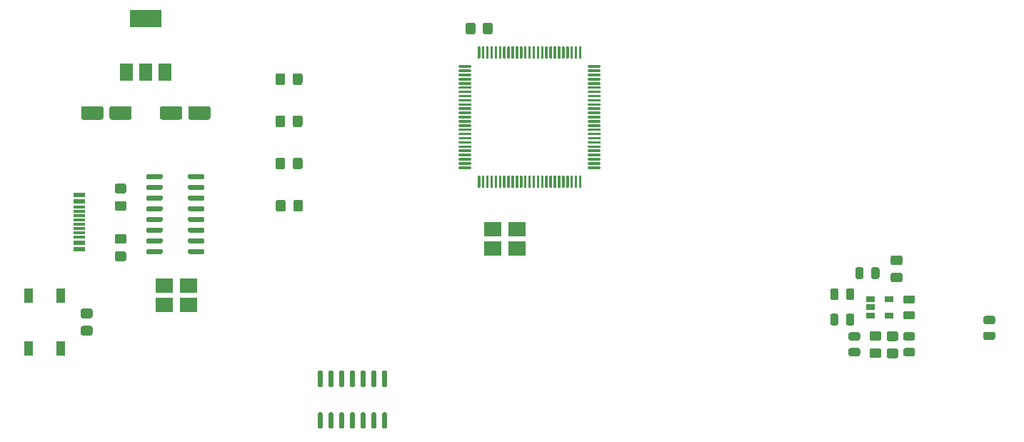
<source format=gbr>
G04 #@! TF.GenerationSoftware,KiCad,Pcbnew,(5.99.0-1662-g9db296991)*
G04 #@! TF.CreationDate,2020-05-30T17:55:14+05:30*
G04 #@! TF.ProjectId,UI,55492e6b-6963-4616-945f-706362585858,rev?*
G04 #@! TF.SameCoordinates,Original*
G04 #@! TF.FileFunction,Paste,Top*
G04 #@! TF.FilePolarity,Positive*
%FSLAX46Y46*%
G04 Gerber Fmt 4.6, Leading zero omitted, Abs format (unit mm)*
G04 Created by KiCad (PCBNEW (5.99.0-1662-g9db296991)) date 2020-05-30 17:55:14*
%MOMM*%
%LPD*%
G01*
G04 APERTURE LIST*
%ADD10R,1.060000X0.650000*%
%ADD11R,1.450000X0.300000*%
%ADD12R,1.450000X0.600000*%
%ADD13R,3.800000X2.000000*%
%ADD14R,1.500000X2.000000*%
%ADD15R,2.100000X1.800000*%
%ADD16R,1.000000X1.700000*%
G04 APERTURE END LIST*
D10*
X116100000Y-103112500D03*
X116100000Y-105012500D03*
X113900000Y-105012500D03*
X113900000Y-104062500D03*
X113900000Y-103112500D03*
G36*
G01*
X112456250Y-107987500D02*
X111543750Y-107987500D01*
G75*
G02*
X111300000Y-107743750I0J243750D01*
G01*
X111300000Y-107256250D01*
G75*
G02*
X111543750Y-107012500I243750J0D01*
G01*
X112456250Y-107012500D01*
G75*
G02*
X112700000Y-107256250I0J-243750D01*
G01*
X112700000Y-107743750D01*
G75*
G02*
X112456250Y-107987500I-243750J0D01*
G01*
G37*
G36*
G01*
X112456250Y-109862500D02*
X111543750Y-109862500D01*
G75*
G02*
X111300000Y-109618750I0J243750D01*
G01*
X111300000Y-109131250D01*
G75*
G02*
X111543750Y-108887500I243750J0D01*
G01*
X112456250Y-108887500D01*
G75*
G02*
X112700000Y-109131250I0J-243750D01*
G01*
X112700000Y-109618750D01*
G75*
G02*
X112456250Y-109862500I-243750J0D01*
G01*
G37*
G36*
G01*
X111012500Y-102956250D02*
X111012500Y-102043750D01*
G75*
G02*
X111256250Y-101800000I243750J0D01*
G01*
X111743750Y-101800000D01*
G75*
G02*
X111987500Y-102043750I0J-243750D01*
G01*
X111987500Y-102956250D01*
G75*
G02*
X111743750Y-103200000I-243750J0D01*
G01*
X111256250Y-103200000D01*
G75*
G02*
X111012500Y-102956250I0J243750D01*
G01*
G37*
G36*
G01*
X109137500Y-102956250D02*
X109137500Y-102043750D01*
G75*
G02*
X109381250Y-101800000I243750J0D01*
G01*
X109868750Y-101800000D01*
G75*
G02*
X110112500Y-102043750I0J-243750D01*
G01*
X110112500Y-102956250D01*
G75*
G02*
X109868750Y-103200000I-243750J0D01*
G01*
X109381250Y-103200000D01*
G75*
G02*
X109137500Y-102956250I0J243750D01*
G01*
G37*
G36*
G01*
X118956250Y-107987500D02*
X118043750Y-107987500D01*
G75*
G02*
X117800000Y-107743750I0J243750D01*
G01*
X117800000Y-107256250D01*
G75*
G02*
X118043750Y-107012500I243750J0D01*
G01*
X118956250Y-107012500D01*
G75*
G02*
X119200000Y-107256250I0J-243750D01*
G01*
X119200000Y-107743750D01*
G75*
G02*
X118956250Y-107987500I-243750J0D01*
G01*
G37*
G36*
G01*
X118956250Y-109862500D02*
X118043750Y-109862500D01*
G75*
G02*
X117800000Y-109618750I0J243750D01*
G01*
X117800000Y-109131250D01*
G75*
G02*
X118043750Y-108887500I243750J0D01*
G01*
X118956250Y-108887500D01*
G75*
G02*
X119200000Y-109131250I0J-243750D01*
G01*
X119200000Y-109618750D01*
G75*
G02*
X118956250Y-109862500I-243750J0D01*
G01*
G37*
G36*
G01*
X110112500Y-105043750D02*
X110112500Y-105956250D01*
G75*
G02*
X109868750Y-106200000I-243750J0D01*
G01*
X109381250Y-106200000D01*
G75*
G02*
X109137500Y-105956250I0J243750D01*
G01*
X109137500Y-105043750D01*
G75*
G02*
X109381250Y-104800000I243750J0D01*
G01*
X109868750Y-104800000D01*
G75*
G02*
X110112500Y-105043750I0J-243750D01*
G01*
G37*
G36*
G01*
X111987500Y-105043750D02*
X111987500Y-105956250D01*
G75*
G02*
X111743750Y-106200000I-243750J0D01*
G01*
X111256250Y-106200000D01*
G75*
G02*
X111012500Y-105956250I0J243750D01*
G01*
X111012500Y-105043750D01*
G75*
G02*
X111256250Y-104800000I243750J0D01*
G01*
X111743750Y-104800000D01*
G75*
G02*
X111987500Y-105043750I0J-243750D01*
G01*
G37*
G36*
G01*
X118043750Y-104512500D02*
X118956250Y-104512500D01*
G75*
G02*
X119200000Y-104756250I0J-243750D01*
G01*
X119200000Y-105243750D01*
G75*
G02*
X118956250Y-105487500I-243750J0D01*
G01*
X118043750Y-105487500D01*
G75*
G02*
X117800000Y-105243750I0J243750D01*
G01*
X117800000Y-104756250D01*
G75*
G02*
X118043750Y-104512500I243750J0D01*
G01*
G37*
G36*
G01*
X118043750Y-102637500D02*
X118956250Y-102637500D01*
G75*
G02*
X119200000Y-102881250I0J-243750D01*
G01*
X119200000Y-103368750D01*
G75*
G02*
X118956250Y-103612500I-243750J0D01*
G01*
X118043750Y-103612500D01*
G75*
G02*
X117800000Y-103368750I0J243750D01*
G01*
X117800000Y-102881250D01*
G75*
G02*
X118043750Y-102637500I243750J0D01*
G01*
G37*
G36*
G01*
X114012500Y-100456250D02*
X114012500Y-99543750D01*
G75*
G02*
X114256250Y-99300000I243750J0D01*
G01*
X114743750Y-99300000D01*
G75*
G02*
X114987500Y-99543750I0J-243750D01*
G01*
X114987500Y-100456250D01*
G75*
G02*
X114743750Y-100700000I-243750J0D01*
G01*
X114256250Y-100700000D01*
G75*
G02*
X114012500Y-100456250I0J243750D01*
G01*
G37*
G36*
G01*
X112137500Y-100456250D02*
X112137500Y-99543750D01*
G75*
G02*
X112381250Y-99300000I243750J0D01*
G01*
X112868750Y-99300000D01*
G75*
G02*
X113112500Y-99543750I0J-243750D01*
G01*
X113112500Y-100456250D01*
G75*
G02*
X112868750Y-100700000I-243750J0D01*
G01*
X112381250Y-100700000D01*
G75*
G02*
X112137500Y-100456250I0J243750D01*
G01*
G37*
G36*
G01*
X127543750Y-106950000D02*
X128456250Y-106950000D01*
G75*
G02*
X128700000Y-107193750I0J-243750D01*
G01*
X128700000Y-107681250D01*
G75*
G02*
X128456250Y-107925000I-243750J0D01*
G01*
X127543750Y-107925000D01*
G75*
G02*
X127300000Y-107681250I0J243750D01*
G01*
X127300000Y-107193750D01*
G75*
G02*
X127543750Y-106950000I243750J0D01*
G01*
G37*
G36*
G01*
X127543750Y-105075000D02*
X128456250Y-105075000D01*
G75*
G02*
X128700000Y-105318750I0J-243750D01*
G01*
X128700000Y-105806250D01*
G75*
G02*
X128456250Y-106050000I-243750J0D01*
G01*
X127543750Y-106050000D01*
G75*
G02*
X127300000Y-105806250I0J243750D01*
G01*
X127300000Y-105318750D01*
G75*
G02*
X127543750Y-105075000I243750J0D01*
G01*
G37*
G36*
G01*
X114049999Y-108925000D02*
X114950001Y-108925000D01*
G75*
G02*
X115200000Y-109174999I0J-249999D01*
G01*
X115200000Y-109825001D01*
G75*
G02*
X114950001Y-110075000I-249999J0D01*
G01*
X114049999Y-110075000D01*
G75*
G02*
X113800000Y-109825001I0J249999D01*
G01*
X113800000Y-109174999D01*
G75*
G02*
X114049999Y-108925000I249999J0D01*
G01*
G37*
G36*
G01*
X114049999Y-106875000D02*
X114950001Y-106875000D01*
G75*
G02*
X115200000Y-107124999I0J-249999D01*
G01*
X115200000Y-107775001D01*
G75*
G02*
X114950001Y-108025000I-249999J0D01*
G01*
X114049999Y-108025000D01*
G75*
G02*
X113800000Y-107775001I0J249999D01*
G01*
X113800000Y-107124999D01*
G75*
G02*
X114049999Y-106875000I249999J0D01*
G01*
G37*
G36*
G01*
X67075000Y-70549999D02*
X67075000Y-71450001D01*
G75*
G02*
X66825001Y-71700000I-249999J0D01*
G01*
X66174999Y-71700000D01*
G75*
G02*
X65925000Y-71450001I0J249999D01*
G01*
X65925000Y-70549999D01*
G75*
G02*
X66174999Y-70300000I249999J0D01*
G01*
X66825001Y-70300000D01*
G75*
G02*
X67075000Y-70549999I0J-249999D01*
G01*
G37*
G36*
G01*
X69125000Y-70549999D02*
X69125000Y-71450001D01*
G75*
G02*
X68875001Y-71700000I-249999J0D01*
G01*
X68224999Y-71700000D01*
G75*
G02*
X67975000Y-71450001I0J249999D01*
G01*
X67975000Y-70549999D01*
G75*
G02*
X68224999Y-70300000I249999J0D01*
G01*
X68875001Y-70300000D01*
G75*
G02*
X69125000Y-70549999I0J-249999D01*
G01*
G37*
G36*
G01*
X116074999Y-108950000D02*
X116975001Y-108950000D01*
G75*
G02*
X117225000Y-109199999I0J-249999D01*
G01*
X117225000Y-109850001D01*
G75*
G02*
X116975001Y-110100000I-249999J0D01*
G01*
X116074999Y-110100000D01*
G75*
G02*
X115825000Y-109850001I0J249999D01*
G01*
X115825000Y-109199999D01*
G75*
G02*
X116074999Y-108950000I249999J0D01*
G01*
G37*
G36*
G01*
X116074999Y-106900000D02*
X116975001Y-106900000D01*
G75*
G02*
X117225000Y-107149999I0J-249999D01*
G01*
X117225000Y-107800001D01*
G75*
G02*
X116975001Y-108050000I-249999J0D01*
G01*
X116074999Y-108050000D01*
G75*
G02*
X115825000Y-107800001I0J249999D01*
G01*
X115825000Y-107149999D01*
G75*
G02*
X116074999Y-106900000I249999J0D01*
G01*
G37*
G36*
G01*
X117450001Y-99050000D02*
X116549999Y-99050000D01*
G75*
G02*
X116300000Y-98800001I0J249999D01*
G01*
X116300000Y-98149999D01*
G75*
G02*
X116549999Y-97900000I249999J0D01*
G01*
X117450001Y-97900000D01*
G75*
G02*
X117700000Y-98149999I0J-249999D01*
G01*
X117700000Y-98800001D01*
G75*
G02*
X117450001Y-99050000I-249999J0D01*
G01*
G37*
G36*
G01*
X117450001Y-101100000D02*
X116549999Y-101100000D01*
G75*
G02*
X116300000Y-100850001I0J249999D01*
G01*
X116300000Y-100199999D01*
G75*
G02*
X116549999Y-99950000I249999J0D01*
G01*
X117450001Y-99950000D01*
G75*
G02*
X117700000Y-100199999I0J-249999D01*
G01*
X117700000Y-100850001D01*
G75*
G02*
X117450001Y-101100000I-249999J0D01*
G01*
G37*
G36*
G01*
X48840000Y-118450000D02*
X48540000Y-118450000D01*
G75*
G02*
X48390000Y-118300000I0J150000D01*
G01*
X48390000Y-116650000D01*
G75*
G02*
X48540000Y-116500000I150000J0D01*
G01*
X48840000Y-116500000D01*
G75*
G02*
X48990000Y-116650000I0J-150000D01*
G01*
X48990000Y-118300000D01*
G75*
G02*
X48840000Y-118450000I-150000J0D01*
G01*
G37*
G36*
G01*
X50110000Y-118450000D02*
X49810000Y-118450000D01*
G75*
G02*
X49660000Y-118300000I0J150000D01*
G01*
X49660000Y-116650000D01*
G75*
G02*
X49810000Y-116500000I150000J0D01*
G01*
X50110000Y-116500000D01*
G75*
G02*
X50260000Y-116650000I0J-150000D01*
G01*
X50260000Y-118300000D01*
G75*
G02*
X50110000Y-118450000I-150000J0D01*
G01*
G37*
G36*
G01*
X51380000Y-118450000D02*
X51080000Y-118450000D01*
G75*
G02*
X50930000Y-118300000I0J150000D01*
G01*
X50930000Y-116650000D01*
G75*
G02*
X51080000Y-116500000I150000J0D01*
G01*
X51380000Y-116500000D01*
G75*
G02*
X51530000Y-116650000I0J-150000D01*
G01*
X51530000Y-118300000D01*
G75*
G02*
X51380000Y-118450000I-150000J0D01*
G01*
G37*
G36*
G01*
X52650000Y-118450000D02*
X52350000Y-118450000D01*
G75*
G02*
X52200000Y-118300000I0J150000D01*
G01*
X52200000Y-116650000D01*
G75*
G02*
X52350000Y-116500000I150000J0D01*
G01*
X52650000Y-116500000D01*
G75*
G02*
X52800000Y-116650000I0J-150000D01*
G01*
X52800000Y-118300000D01*
G75*
G02*
X52650000Y-118450000I-150000J0D01*
G01*
G37*
G36*
G01*
X53920000Y-118450000D02*
X53620000Y-118450000D01*
G75*
G02*
X53470000Y-118300000I0J150000D01*
G01*
X53470000Y-116650000D01*
G75*
G02*
X53620000Y-116500000I150000J0D01*
G01*
X53920000Y-116500000D01*
G75*
G02*
X54070000Y-116650000I0J-150000D01*
G01*
X54070000Y-118300000D01*
G75*
G02*
X53920000Y-118450000I-150000J0D01*
G01*
G37*
G36*
G01*
X55190000Y-118450000D02*
X54890000Y-118450000D01*
G75*
G02*
X54740000Y-118300000I0J150000D01*
G01*
X54740000Y-116650000D01*
G75*
G02*
X54890000Y-116500000I150000J0D01*
G01*
X55190000Y-116500000D01*
G75*
G02*
X55340000Y-116650000I0J-150000D01*
G01*
X55340000Y-118300000D01*
G75*
G02*
X55190000Y-118450000I-150000J0D01*
G01*
G37*
G36*
G01*
X56460000Y-118450000D02*
X56160000Y-118450000D01*
G75*
G02*
X56010000Y-118300000I0J150000D01*
G01*
X56010000Y-116650000D01*
G75*
G02*
X56160000Y-116500000I150000J0D01*
G01*
X56460000Y-116500000D01*
G75*
G02*
X56610000Y-116650000I0J-150000D01*
G01*
X56610000Y-118300000D01*
G75*
G02*
X56460000Y-118450000I-150000J0D01*
G01*
G37*
G36*
G01*
X56460000Y-113500000D02*
X56160000Y-113500000D01*
G75*
G02*
X56010000Y-113350000I0J150000D01*
G01*
X56010000Y-111700000D01*
G75*
G02*
X56160000Y-111550000I150000J0D01*
G01*
X56460000Y-111550000D01*
G75*
G02*
X56610000Y-111700000I0J-150000D01*
G01*
X56610000Y-113350000D01*
G75*
G02*
X56460000Y-113500000I-150000J0D01*
G01*
G37*
G36*
G01*
X55190000Y-113500000D02*
X54890000Y-113500000D01*
G75*
G02*
X54740000Y-113350000I0J150000D01*
G01*
X54740000Y-111700000D01*
G75*
G02*
X54890000Y-111550000I150000J0D01*
G01*
X55190000Y-111550000D01*
G75*
G02*
X55340000Y-111700000I0J-150000D01*
G01*
X55340000Y-113350000D01*
G75*
G02*
X55190000Y-113500000I-150000J0D01*
G01*
G37*
G36*
G01*
X53920000Y-113500000D02*
X53620000Y-113500000D01*
G75*
G02*
X53470000Y-113350000I0J150000D01*
G01*
X53470000Y-111700000D01*
G75*
G02*
X53620000Y-111550000I150000J0D01*
G01*
X53920000Y-111550000D01*
G75*
G02*
X54070000Y-111700000I0J-150000D01*
G01*
X54070000Y-113350000D01*
G75*
G02*
X53920000Y-113500000I-150000J0D01*
G01*
G37*
G36*
G01*
X52650000Y-113500000D02*
X52350000Y-113500000D01*
G75*
G02*
X52200000Y-113350000I0J150000D01*
G01*
X52200000Y-111700000D01*
G75*
G02*
X52350000Y-111550000I150000J0D01*
G01*
X52650000Y-111550000D01*
G75*
G02*
X52800000Y-111700000I0J-150000D01*
G01*
X52800000Y-113350000D01*
G75*
G02*
X52650000Y-113500000I-150000J0D01*
G01*
G37*
G36*
G01*
X51380000Y-113500000D02*
X51080000Y-113500000D01*
G75*
G02*
X50930000Y-113350000I0J150000D01*
G01*
X50930000Y-111700000D01*
G75*
G02*
X51080000Y-111550000I150000J0D01*
G01*
X51380000Y-111550000D01*
G75*
G02*
X51530000Y-111700000I0J-150000D01*
G01*
X51530000Y-113350000D01*
G75*
G02*
X51380000Y-113500000I-150000J0D01*
G01*
G37*
G36*
G01*
X50110000Y-113500000D02*
X49810000Y-113500000D01*
G75*
G02*
X49660000Y-113350000I0J150000D01*
G01*
X49660000Y-111700000D01*
G75*
G02*
X49810000Y-111550000I150000J0D01*
G01*
X50110000Y-111550000D01*
G75*
G02*
X50260000Y-111700000I0J-150000D01*
G01*
X50260000Y-113350000D01*
G75*
G02*
X50110000Y-113500000I-150000J0D01*
G01*
G37*
G36*
G01*
X48840000Y-113500000D02*
X48540000Y-113500000D01*
G75*
G02*
X48390000Y-113350000I0J150000D01*
G01*
X48390000Y-111700000D01*
G75*
G02*
X48540000Y-111550000I150000J0D01*
G01*
X48840000Y-111550000D01*
G75*
G02*
X48990000Y-111700000I0J-150000D01*
G01*
X48990000Y-113350000D01*
G75*
G02*
X48840000Y-113500000I-150000J0D01*
G01*
G37*
D11*
X20095000Y-94200000D03*
X20095000Y-95200000D03*
X20095000Y-95700000D03*
D12*
X20095000Y-91500000D03*
X20095000Y-90700000D03*
D11*
X20095000Y-92700000D03*
X20095000Y-92200000D03*
D12*
X20095000Y-90700000D03*
X20095000Y-91500000D03*
D11*
X20095000Y-93700000D03*
D12*
X20095000Y-97200000D03*
X20095000Y-97200000D03*
X20095000Y-96400000D03*
D11*
X20095000Y-93200000D03*
D12*
X20095000Y-96400000D03*
D11*
X20095000Y-94700000D03*
G36*
G01*
X67350000Y-74500000D02*
X67350000Y-73175000D01*
G75*
G02*
X67425000Y-73100000I75000J0D01*
G01*
X67575000Y-73100000D01*
G75*
G02*
X67650000Y-73175000I0J-75000D01*
G01*
X67650000Y-74500000D01*
G75*
G02*
X67575000Y-74575000I-75000J0D01*
G01*
X67425000Y-74575000D01*
G75*
G02*
X67350000Y-74500000I0J75000D01*
G01*
G37*
G36*
G01*
X67850000Y-74500000D02*
X67850000Y-73175000D01*
G75*
G02*
X67925000Y-73100000I75000J0D01*
G01*
X68075000Y-73100000D01*
G75*
G02*
X68150000Y-73175000I0J-75000D01*
G01*
X68150000Y-74500000D01*
G75*
G02*
X68075000Y-74575000I-75000J0D01*
G01*
X67925000Y-74575000D01*
G75*
G02*
X67850000Y-74500000I0J75000D01*
G01*
G37*
G36*
G01*
X68350000Y-74500000D02*
X68350000Y-73175000D01*
G75*
G02*
X68425000Y-73100000I75000J0D01*
G01*
X68575000Y-73100000D01*
G75*
G02*
X68650000Y-73175000I0J-75000D01*
G01*
X68650000Y-74500000D01*
G75*
G02*
X68575000Y-74575000I-75000J0D01*
G01*
X68425000Y-74575000D01*
G75*
G02*
X68350000Y-74500000I0J75000D01*
G01*
G37*
G36*
G01*
X68850000Y-74500000D02*
X68850000Y-73175000D01*
G75*
G02*
X68925000Y-73100000I75000J0D01*
G01*
X69075000Y-73100000D01*
G75*
G02*
X69150000Y-73175000I0J-75000D01*
G01*
X69150000Y-74500000D01*
G75*
G02*
X69075000Y-74575000I-75000J0D01*
G01*
X68925000Y-74575000D01*
G75*
G02*
X68850000Y-74500000I0J75000D01*
G01*
G37*
G36*
G01*
X69350000Y-74500000D02*
X69350000Y-73175000D01*
G75*
G02*
X69425000Y-73100000I75000J0D01*
G01*
X69575000Y-73100000D01*
G75*
G02*
X69650000Y-73175000I0J-75000D01*
G01*
X69650000Y-74500000D01*
G75*
G02*
X69575000Y-74575000I-75000J0D01*
G01*
X69425000Y-74575000D01*
G75*
G02*
X69350000Y-74500000I0J75000D01*
G01*
G37*
G36*
G01*
X69850000Y-74500000D02*
X69850000Y-73175000D01*
G75*
G02*
X69925000Y-73100000I75000J0D01*
G01*
X70075000Y-73100000D01*
G75*
G02*
X70150000Y-73175000I0J-75000D01*
G01*
X70150000Y-74500000D01*
G75*
G02*
X70075000Y-74575000I-75000J0D01*
G01*
X69925000Y-74575000D01*
G75*
G02*
X69850000Y-74500000I0J75000D01*
G01*
G37*
G36*
G01*
X70350000Y-74500000D02*
X70350000Y-73175000D01*
G75*
G02*
X70425000Y-73100000I75000J0D01*
G01*
X70575000Y-73100000D01*
G75*
G02*
X70650000Y-73175000I0J-75000D01*
G01*
X70650000Y-74500000D01*
G75*
G02*
X70575000Y-74575000I-75000J0D01*
G01*
X70425000Y-74575000D01*
G75*
G02*
X70350000Y-74500000I0J75000D01*
G01*
G37*
G36*
G01*
X70850000Y-74500000D02*
X70850000Y-73175000D01*
G75*
G02*
X70925000Y-73100000I75000J0D01*
G01*
X71075000Y-73100000D01*
G75*
G02*
X71150000Y-73175000I0J-75000D01*
G01*
X71150000Y-74500000D01*
G75*
G02*
X71075000Y-74575000I-75000J0D01*
G01*
X70925000Y-74575000D01*
G75*
G02*
X70850000Y-74500000I0J75000D01*
G01*
G37*
G36*
G01*
X71350000Y-74500000D02*
X71350000Y-73175000D01*
G75*
G02*
X71425000Y-73100000I75000J0D01*
G01*
X71575000Y-73100000D01*
G75*
G02*
X71650000Y-73175000I0J-75000D01*
G01*
X71650000Y-74500000D01*
G75*
G02*
X71575000Y-74575000I-75000J0D01*
G01*
X71425000Y-74575000D01*
G75*
G02*
X71350000Y-74500000I0J75000D01*
G01*
G37*
G36*
G01*
X71850000Y-74500000D02*
X71850000Y-73175000D01*
G75*
G02*
X71925000Y-73100000I75000J0D01*
G01*
X72075000Y-73100000D01*
G75*
G02*
X72150000Y-73175000I0J-75000D01*
G01*
X72150000Y-74500000D01*
G75*
G02*
X72075000Y-74575000I-75000J0D01*
G01*
X71925000Y-74575000D01*
G75*
G02*
X71850000Y-74500000I0J75000D01*
G01*
G37*
G36*
G01*
X72350000Y-74500000D02*
X72350000Y-73175000D01*
G75*
G02*
X72425000Y-73100000I75000J0D01*
G01*
X72575000Y-73100000D01*
G75*
G02*
X72650000Y-73175000I0J-75000D01*
G01*
X72650000Y-74500000D01*
G75*
G02*
X72575000Y-74575000I-75000J0D01*
G01*
X72425000Y-74575000D01*
G75*
G02*
X72350000Y-74500000I0J75000D01*
G01*
G37*
G36*
G01*
X72850000Y-74500000D02*
X72850000Y-73175000D01*
G75*
G02*
X72925000Y-73100000I75000J0D01*
G01*
X73075000Y-73100000D01*
G75*
G02*
X73150000Y-73175000I0J-75000D01*
G01*
X73150000Y-74500000D01*
G75*
G02*
X73075000Y-74575000I-75000J0D01*
G01*
X72925000Y-74575000D01*
G75*
G02*
X72850000Y-74500000I0J75000D01*
G01*
G37*
G36*
G01*
X73350000Y-74500000D02*
X73350000Y-73175000D01*
G75*
G02*
X73425000Y-73100000I75000J0D01*
G01*
X73575000Y-73100000D01*
G75*
G02*
X73650000Y-73175000I0J-75000D01*
G01*
X73650000Y-74500000D01*
G75*
G02*
X73575000Y-74575000I-75000J0D01*
G01*
X73425000Y-74575000D01*
G75*
G02*
X73350000Y-74500000I0J75000D01*
G01*
G37*
G36*
G01*
X73850000Y-74500000D02*
X73850000Y-73175000D01*
G75*
G02*
X73925000Y-73100000I75000J0D01*
G01*
X74075000Y-73100000D01*
G75*
G02*
X74150000Y-73175000I0J-75000D01*
G01*
X74150000Y-74500000D01*
G75*
G02*
X74075000Y-74575000I-75000J0D01*
G01*
X73925000Y-74575000D01*
G75*
G02*
X73850000Y-74500000I0J75000D01*
G01*
G37*
G36*
G01*
X74350000Y-74500000D02*
X74350000Y-73175000D01*
G75*
G02*
X74425000Y-73100000I75000J0D01*
G01*
X74575000Y-73100000D01*
G75*
G02*
X74650000Y-73175000I0J-75000D01*
G01*
X74650000Y-74500000D01*
G75*
G02*
X74575000Y-74575000I-75000J0D01*
G01*
X74425000Y-74575000D01*
G75*
G02*
X74350000Y-74500000I0J75000D01*
G01*
G37*
G36*
G01*
X74850000Y-74500000D02*
X74850000Y-73175000D01*
G75*
G02*
X74925000Y-73100000I75000J0D01*
G01*
X75075000Y-73100000D01*
G75*
G02*
X75150000Y-73175000I0J-75000D01*
G01*
X75150000Y-74500000D01*
G75*
G02*
X75075000Y-74575000I-75000J0D01*
G01*
X74925000Y-74575000D01*
G75*
G02*
X74850000Y-74500000I0J75000D01*
G01*
G37*
G36*
G01*
X75350000Y-74500000D02*
X75350000Y-73175000D01*
G75*
G02*
X75425000Y-73100000I75000J0D01*
G01*
X75575000Y-73100000D01*
G75*
G02*
X75650000Y-73175000I0J-75000D01*
G01*
X75650000Y-74500000D01*
G75*
G02*
X75575000Y-74575000I-75000J0D01*
G01*
X75425000Y-74575000D01*
G75*
G02*
X75350000Y-74500000I0J75000D01*
G01*
G37*
G36*
G01*
X75850000Y-74500000D02*
X75850000Y-73175000D01*
G75*
G02*
X75925000Y-73100000I75000J0D01*
G01*
X76075000Y-73100000D01*
G75*
G02*
X76150000Y-73175000I0J-75000D01*
G01*
X76150000Y-74500000D01*
G75*
G02*
X76075000Y-74575000I-75000J0D01*
G01*
X75925000Y-74575000D01*
G75*
G02*
X75850000Y-74500000I0J75000D01*
G01*
G37*
G36*
G01*
X76350000Y-74500000D02*
X76350000Y-73175000D01*
G75*
G02*
X76425000Y-73100000I75000J0D01*
G01*
X76575000Y-73100000D01*
G75*
G02*
X76650000Y-73175000I0J-75000D01*
G01*
X76650000Y-74500000D01*
G75*
G02*
X76575000Y-74575000I-75000J0D01*
G01*
X76425000Y-74575000D01*
G75*
G02*
X76350000Y-74500000I0J75000D01*
G01*
G37*
G36*
G01*
X76850000Y-74500000D02*
X76850000Y-73175000D01*
G75*
G02*
X76925000Y-73100000I75000J0D01*
G01*
X77075000Y-73100000D01*
G75*
G02*
X77150000Y-73175000I0J-75000D01*
G01*
X77150000Y-74500000D01*
G75*
G02*
X77075000Y-74575000I-75000J0D01*
G01*
X76925000Y-74575000D01*
G75*
G02*
X76850000Y-74500000I0J75000D01*
G01*
G37*
G36*
G01*
X77350000Y-74500000D02*
X77350000Y-73175000D01*
G75*
G02*
X77425000Y-73100000I75000J0D01*
G01*
X77575000Y-73100000D01*
G75*
G02*
X77650000Y-73175000I0J-75000D01*
G01*
X77650000Y-74500000D01*
G75*
G02*
X77575000Y-74575000I-75000J0D01*
G01*
X77425000Y-74575000D01*
G75*
G02*
X77350000Y-74500000I0J75000D01*
G01*
G37*
G36*
G01*
X77850000Y-74500000D02*
X77850000Y-73175000D01*
G75*
G02*
X77925000Y-73100000I75000J0D01*
G01*
X78075000Y-73100000D01*
G75*
G02*
X78150000Y-73175000I0J-75000D01*
G01*
X78150000Y-74500000D01*
G75*
G02*
X78075000Y-74575000I-75000J0D01*
G01*
X77925000Y-74575000D01*
G75*
G02*
X77850000Y-74500000I0J75000D01*
G01*
G37*
G36*
G01*
X78350000Y-74500000D02*
X78350000Y-73175000D01*
G75*
G02*
X78425000Y-73100000I75000J0D01*
G01*
X78575000Y-73100000D01*
G75*
G02*
X78650000Y-73175000I0J-75000D01*
G01*
X78650000Y-74500000D01*
G75*
G02*
X78575000Y-74575000I-75000J0D01*
G01*
X78425000Y-74575000D01*
G75*
G02*
X78350000Y-74500000I0J75000D01*
G01*
G37*
G36*
G01*
X78850000Y-74500000D02*
X78850000Y-73175000D01*
G75*
G02*
X78925000Y-73100000I75000J0D01*
G01*
X79075000Y-73100000D01*
G75*
G02*
X79150000Y-73175000I0J-75000D01*
G01*
X79150000Y-74500000D01*
G75*
G02*
X79075000Y-74575000I-75000J0D01*
G01*
X78925000Y-74575000D01*
G75*
G02*
X78850000Y-74500000I0J75000D01*
G01*
G37*
G36*
G01*
X79350000Y-74500000D02*
X79350000Y-73175000D01*
G75*
G02*
X79425000Y-73100000I75000J0D01*
G01*
X79575000Y-73100000D01*
G75*
G02*
X79650000Y-73175000I0J-75000D01*
G01*
X79650000Y-74500000D01*
G75*
G02*
X79575000Y-74575000I-75000J0D01*
G01*
X79425000Y-74575000D01*
G75*
G02*
X79350000Y-74500000I0J75000D01*
G01*
G37*
G36*
G01*
X80425000Y-75575000D02*
X80425000Y-75425000D01*
G75*
G02*
X80500000Y-75350000I75000J0D01*
G01*
X81825000Y-75350000D01*
G75*
G02*
X81900000Y-75425000I0J-75000D01*
G01*
X81900000Y-75575000D01*
G75*
G02*
X81825000Y-75650000I-75000J0D01*
G01*
X80500000Y-75650000D01*
G75*
G02*
X80425000Y-75575000I0J75000D01*
G01*
G37*
G36*
G01*
X80425000Y-76075000D02*
X80425000Y-75925000D01*
G75*
G02*
X80500000Y-75850000I75000J0D01*
G01*
X81825000Y-75850000D01*
G75*
G02*
X81900000Y-75925000I0J-75000D01*
G01*
X81900000Y-76075000D01*
G75*
G02*
X81825000Y-76150000I-75000J0D01*
G01*
X80500000Y-76150000D01*
G75*
G02*
X80425000Y-76075000I0J75000D01*
G01*
G37*
G36*
G01*
X80425000Y-76575000D02*
X80425000Y-76425000D01*
G75*
G02*
X80500000Y-76350000I75000J0D01*
G01*
X81825000Y-76350000D01*
G75*
G02*
X81900000Y-76425000I0J-75000D01*
G01*
X81900000Y-76575000D01*
G75*
G02*
X81825000Y-76650000I-75000J0D01*
G01*
X80500000Y-76650000D01*
G75*
G02*
X80425000Y-76575000I0J75000D01*
G01*
G37*
G36*
G01*
X80425000Y-77075000D02*
X80425000Y-76925000D01*
G75*
G02*
X80500000Y-76850000I75000J0D01*
G01*
X81825000Y-76850000D01*
G75*
G02*
X81900000Y-76925000I0J-75000D01*
G01*
X81900000Y-77075000D01*
G75*
G02*
X81825000Y-77150000I-75000J0D01*
G01*
X80500000Y-77150000D01*
G75*
G02*
X80425000Y-77075000I0J75000D01*
G01*
G37*
G36*
G01*
X80425000Y-77575000D02*
X80425000Y-77425000D01*
G75*
G02*
X80500000Y-77350000I75000J0D01*
G01*
X81825000Y-77350000D01*
G75*
G02*
X81900000Y-77425000I0J-75000D01*
G01*
X81900000Y-77575000D01*
G75*
G02*
X81825000Y-77650000I-75000J0D01*
G01*
X80500000Y-77650000D01*
G75*
G02*
X80425000Y-77575000I0J75000D01*
G01*
G37*
G36*
G01*
X80425000Y-78075000D02*
X80425000Y-77925000D01*
G75*
G02*
X80500000Y-77850000I75000J0D01*
G01*
X81825000Y-77850000D01*
G75*
G02*
X81900000Y-77925000I0J-75000D01*
G01*
X81900000Y-78075000D01*
G75*
G02*
X81825000Y-78150000I-75000J0D01*
G01*
X80500000Y-78150000D01*
G75*
G02*
X80425000Y-78075000I0J75000D01*
G01*
G37*
G36*
G01*
X80425000Y-78575000D02*
X80425000Y-78425000D01*
G75*
G02*
X80500000Y-78350000I75000J0D01*
G01*
X81825000Y-78350000D01*
G75*
G02*
X81900000Y-78425000I0J-75000D01*
G01*
X81900000Y-78575000D01*
G75*
G02*
X81825000Y-78650000I-75000J0D01*
G01*
X80500000Y-78650000D01*
G75*
G02*
X80425000Y-78575000I0J75000D01*
G01*
G37*
G36*
G01*
X80425000Y-79075000D02*
X80425000Y-78925000D01*
G75*
G02*
X80500000Y-78850000I75000J0D01*
G01*
X81825000Y-78850000D01*
G75*
G02*
X81900000Y-78925000I0J-75000D01*
G01*
X81900000Y-79075000D01*
G75*
G02*
X81825000Y-79150000I-75000J0D01*
G01*
X80500000Y-79150000D01*
G75*
G02*
X80425000Y-79075000I0J75000D01*
G01*
G37*
G36*
G01*
X80425000Y-79575000D02*
X80425000Y-79425000D01*
G75*
G02*
X80500000Y-79350000I75000J0D01*
G01*
X81825000Y-79350000D01*
G75*
G02*
X81900000Y-79425000I0J-75000D01*
G01*
X81900000Y-79575000D01*
G75*
G02*
X81825000Y-79650000I-75000J0D01*
G01*
X80500000Y-79650000D01*
G75*
G02*
X80425000Y-79575000I0J75000D01*
G01*
G37*
G36*
G01*
X80425000Y-80075000D02*
X80425000Y-79925000D01*
G75*
G02*
X80500000Y-79850000I75000J0D01*
G01*
X81825000Y-79850000D01*
G75*
G02*
X81900000Y-79925000I0J-75000D01*
G01*
X81900000Y-80075000D01*
G75*
G02*
X81825000Y-80150000I-75000J0D01*
G01*
X80500000Y-80150000D01*
G75*
G02*
X80425000Y-80075000I0J75000D01*
G01*
G37*
G36*
G01*
X80425000Y-80575000D02*
X80425000Y-80425000D01*
G75*
G02*
X80500000Y-80350000I75000J0D01*
G01*
X81825000Y-80350000D01*
G75*
G02*
X81900000Y-80425000I0J-75000D01*
G01*
X81900000Y-80575000D01*
G75*
G02*
X81825000Y-80650000I-75000J0D01*
G01*
X80500000Y-80650000D01*
G75*
G02*
X80425000Y-80575000I0J75000D01*
G01*
G37*
G36*
G01*
X80425000Y-81075000D02*
X80425000Y-80925000D01*
G75*
G02*
X80500000Y-80850000I75000J0D01*
G01*
X81825000Y-80850000D01*
G75*
G02*
X81900000Y-80925000I0J-75000D01*
G01*
X81900000Y-81075000D01*
G75*
G02*
X81825000Y-81150000I-75000J0D01*
G01*
X80500000Y-81150000D01*
G75*
G02*
X80425000Y-81075000I0J75000D01*
G01*
G37*
G36*
G01*
X80425000Y-81575000D02*
X80425000Y-81425000D01*
G75*
G02*
X80500000Y-81350000I75000J0D01*
G01*
X81825000Y-81350000D01*
G75*
G02*
X81900000Y-81425000I0J-75000D01*
G01*
X81900000Y-81575000D01*
G75*
G02*
X81825000Y-81650000I-75000J0D01*
G01*
X80500000Y-81650000D01*
G75*
G02*
X80425000Y-81575000I0J75000D01*
G01*
G37*
G36*
G01*
X80425000Y-82075000D02*
X80425000Y-81925000D01*
G75*
G02*
X80500000Y-81850000I75000J0D01*
G01*
X81825000Y-81850000D01*
G75*
G02*
X81900000Y-81925000I0J-75000D01*
G01*
X81900000Y-82075000D01*
G75*
G02*
X81825000Y-82150000I-75000J0D01*
G01*
X80500000Y-82150000D01*
G75*
G02*
X80425000Y-82075000I0J75000D01*
G01*
G37*
G36*
G01*
X80425000Y-82575000D02*
X80425000Y-82425000D01*
G75*
G02*
X80500000Y-82350000I75000J0D01*
G01*
X81825000Y-82350000D01*
G75*
G02*
X81900000Y-82425000I0J-75000D01*
G01*
X81900000Y-82575000D01*
G75*
G02*
X81825000Y-82650000I-75000J0D01*
G01*
X80500000Y-82650000D01*
G75*
G02*
X80425000Y-82575000I0J75000D01*
G01*
G37*
G36*
G01*
X80425000Y-83075000D02*
X80425000Y-82925000D01*
G75*
G02*
X80500000Y-82850000I75000J0D01*
G01*
X81825000Y-82850000D01*
G75*
G02*
X81900000Y-82925000I0J-75000D01*
G01*
X81900000Y-83075000D01*
G75*
G02*
X81825000Y-83150000I-75000J0D01*
G01*
X80500000Y-83150000D01*
G75*
G02*
X80425000Y-83075000I0J75000D01*
G01*
G37*
G36*
G01*
X80425000Y-83575000D02*
X80425000Y-83425000D01*
G75*
G02*
X80500000Y-83350000I75000J0D01*
G01*
X81825000Y-83350000D01*
G75*
G02*
X81900000Y-83425000I0J-75000D01*
G01*
X81900000Y-83575000D01*
G75*
G02*
X81825000Y-83650000I-75000J0D01*
G01*
X80500000Y-83650000D01*
G75*
G02*
X80425000Y-83575000I0J75000D01*
G01*
G37*
G36*
G01*
X80425000Y-84075000D02*
X80425000Y-83925000D01*
G75*
G02*
X80500000Y-83850000I75000J0D01*
G01*
X81825000Y-83850000D01*
G75*
G02*
X81900000Y-83925000I0J-75000D01*
G01*
X81900000Y-84075000D01*
G75*
G02*
X81825000Y-84150000I-75000J0D01*
G01*
X80500000Y-84150000D01*
G75*
G02*
X80425000Y-84075000I0J75000D01*
G01*
G37*
G36*
G01*
X80425000Y-84575000D02*
X80425000Y-84425000D01*
G75*
G02*
X80500000Y-84350000I75000J0D01*
G01*
X81825000Y-84350000D01*
G75*
G02*
X81900000Y-84425000I0J-75000D01*
G01*
X81900000Y-84575000D01*
G75*
G02*
X81825000Y-84650000I-75000J0D01*
G01*
X80500000Y-84650000D01*
G75*
G02*
X80425000Y-84575000I0J75000D01*
G01*
G37*
G36*
G01*
X80425000Y-85075000D02*
X80425000Y-84925000D01*
G75*
G02*
X80500000Y-84850000I75000J0D01*
G01*
X81825000Y-84850000D01*
G75*
G02*
X81900000Y-84925000I0J-75000D01*
G01*
X81900000Y-85075000D01*
G75*
G02*
X81825000Y-85150000I-75000J0D01*
G01*
X80500000Y-85150000D01*
G75*
G02*
X80425000Y-85075000I0J75000D01*
G01*
G37*
G36*
G01*
X80425000Y-85575000D02*
X80425000Y-85425000D01*
G75*
G02*
X80500000Y-85350000I75000J0D01*
G01*
X81825000Y-85350000D01*
G75*
G02*
X81900000Y-85425000I0J-75000D01*
G01*
X81900000Y-85575000D01*
G75*
G02*
X81825000Y-85650000I-75000J0D01*
G01*
X80500000Y-85650000D01*
G75*
G02*
X80425000Y-85575000I0J75000D01*
G01*
G37*
G36*
G01*
X80425000Y-86075000D02*
X80425000Y-85925000D01*
G75*
G02*
X80500000Y-85850000I75000J0D01*
G01*
X81825000Y-85850000D01*
G75*
G02*
X81900000Y-85925000I0J-75000D01*
G01*
X81900000Y-86075000D01*
G75*
G02*
X81825000Y-86150000I-75000J0D01*
G01*
X80500000Y-86150000D01*
G75*
G02*
X80425000Y-86075000I0J75000D01*
G01*
G37*
G36*
G01*
X80425000Y-86575000D02*
X80425000Y-86425000D01*
G75*
G02*
X80500000Y-86350000I75000J0D01*
G01*
X81825000Y-86350000D01*
G75*
G02*
X81900000Y-86425000I0J-75000D01*
G01*
X81900000Y-86575000D01*
G75*
G02*
X81825000Y-86650000I-75000J0D01*
G01*
X80500000Y-86650000D01*
G75*
G02*
X80425000Y-86575000I0J75000D01*
G01*
G37*
G36*
G01*
X80425000Y-87075000D02*
X80425000Y-86925000D01*
G75*
G02*
X80500000Y-86850000I75000J0D01*
G01*
X81825000Y-86850000D01*
G75*
G02*
X81900000Y-86925000I0J-75000D01*
G01*
X81900000Y-87075000D01*
G75*
G02*
X81825000Y-87150000I-75000J0D01*
G01*
X80500000Y-87150000D01*
G75*
G02*
X80425000Y-87075000I0J75000D01*
G01*
G37*
G36*
G01*
X80425000Y-87575000D02*
X80425000Y-87425000D01*
G75*
G02*
X80500000Y-87350000I75000J0D01*
G01*
X81825000Y-87350000D01*
G75*
G02*
X81900000Y-87425000I0J-75000D01*
G01*
X81900000Y-87575000D01*
G75*
G02*
X81825000Y-87650000I-75000J0D01*
G01*
X80500000Y-87650000D01*
G75*
G02*
X80425000Y-87575000I0J75000D01*
G01*
G37*
G36*
G01*
X79350000Y-89825000D02*
X79350000Y-88500000D01*
G75*
G02*
X79425000Y-88425000I75000J0D01*
G01*
X79575000Y-88425000D01*
G75*
G02*
X79650000Y-88500000I0J-75000D01*
G01*
X79650000Y-89825000D01*
G75*
G02*
X79575000Y-89900000I-75000J0D01*
G01*
X79425000Y-89900000D01*
G75*
G02*
X79350000Y-89825000I0J75000D01*
G01*
G37*
G36*
G01*
X78850000Y-89825000D02*
X78850000Y-88500000D01*
G75*
G02*
X78925000Y-88425000I75000J0D01*
G01*
X79075000Y-88425000D01*
G75*
G02*
X79150000Y-88500000I0J-75000D01*
G01*
X79150000Y-89825000D01*
G75*
G02*
X79075000Y-89900000I-75000J0D01*
G01*
X78925000Y-89900000D01*
G75*
G02*
X78850000Y-89825000I0J75000D01*
G01*
G37*
G36*
G01*
X78350000Y-89825000D02*
X78350000Y-88500000D01*
G75*
G02*
X78425000Y-88425000I75000J0D01*
G01*
X78575000Y-88425000D01*
G75*
G02*
X78650000Y-88500000I0J-75000D01*
G01*
X78650000Y-89825000D01*
G75*
G02*
X78575000Y-89900000I-75000J0D01*
G01*
X78425000Y-89900000D01*
G75*
G02*
X78350000Y-89825000I0J75000D01*
G01*
G37*
G36*
G01*
X77850000Y-89825000D02*
X77850000Y-88500000D01*
G75*
G02*
X77925000Y-88425000I75000J0D01*
G01*
X78075000Y-88425000D01*
G75*
G02*
X78150000Y-88500000I0J-75000D01*
G01*
X78150000Y-89825000D01*
G75*
G02*
X78075000Y-89900000I-75000J0D01*
G01*
X77925000Y-89900000D01*
G75*
G02*
X77850000Y-89825000I0J75000D01*
G01*
G37*
G36*
G01*
X77350000Y-89825000D02*
X77350000Y-88500000D01*
G75*
G02*
X77425000Y-88425000I75000J0D01*
G01*
X77575000Y-88425000D01*
G75*
G02*
X77650000Y-88500000I0J-75000D01*
G01*
X77650000Y-89825000D01*
G75*
G02*
X77575000Y-89900000I-75000J0D01*
G01*
X77425000Y-89900000D01*
G75*
G02*
X77350000Y-89825000I0J75000D01*
G01*
G37*
G36*
G01*
X76850000Y-89825000D02*
X76850000Y-88500000D01*
G75*
G02*
X76925000Y-88425000I75000J0D01*
G01*
X77075000Y-88425000D01*
G75*
G02*
X77150000Y-88500000I0J-75000D01*
G01*
X77150000Y-89825000D01*
G75*
G02*
X77075000Y-89900000I-75000J0D01*
G01*
X76925000Y-89900000D01*
G75*
G02*
X76850000Y-89825000I0J75000D01*
G01*
G37*
G36*
G01*
X76350000Y-89825000D02*
X76350000Y-88500000D01*
G75*
G02*
X76425000Y-88425000I75000J0D01*
G01*
X76575000Y-88425000D01*
G75*
G02*
X76650000Y-88500000I0J-75000D01*
G01*
X76650000Y-89825000D01*
G75*
G02*
X76575000Y-89900000I-75000J0D01*
G01*
X76425000Y-89900000D01*
G75*
G02*
X76350000Y-89825000I0J75000D01*
G01*
G37*
G36*
G01*
X75850000Y-89825000D02*
X75850000Y-88500000D01*
G75*
G02*
X75925000Y-88425000I75000J0D01*
G01*
X76075000Y-88425000D01*
G75*
G02*
X76150000Y-88500000I0J-75000D01*
G01*
X76150000Y-89825000D01*
G75*
G02*
X76075000Y-89900000I-75000J0D01*
G01*
X75925000Y-89900000D01*
G75*
G02*
X75850000Y-89825000I0J75000D01*
G01*
G37*
G36*
G01*
X75350000Y-89825000D02*
X75350000Y-88500000D01*
G75*
G02*
X75425000Y-88425000I75000J0D01*
G01*
X75575000Y-88425000D01*
G75*
G02*
X75650000Y-88500000I0J-75000D01*
G01*
X75650000Y-89825000D01*
G75*
G02*
X75575000Y-89900000I-75000J0D01*
G01*
X75425000Y-89900000D01*
G75*
G02*
X75350000Y-89825000I0J75000D01*
G01*
G37*
G36*
G01*
X74850000Y-89825000D02*
X74850000Y-88500000D01*
G75*
G02*
X74925000Y-88425000I75000J0D01*
G01*
X75075000Y-88425000D01*
G75*
G02*
X75150000Y-88500000I0J-75000D01*
G01*
X75150000Y-89825000D01*
G75*
G02*
X75075000Y-89900000I-75000J0D01*
G01*
X74925000Y-89900000D01*
G75*
G02*
X74850000Y-89825000I0J75000D01*
G01*
G37*
G36*
G01*
X74350000Y-89825000D02*
X74350000Y-88500000D01*
G75*
G02*
X74425000Y-88425000I75000J0D01*
G01*
X74575000Y-88425000D01*
G75*
G02*
X74650000Y-88500000I0J-75000D01*
G01*
X74650000Y-89825000D01*
G75*
G02*
X74575000Y-89900000I-75000J0D01*
G01*
X74425000Y-89900000D01*
G75*
G02*
X74350000Y-89825000I0J75000D01*
G01*
G37*
G36*
G01*
X73850000Y-89825000D02*
X73850000Y-88500000D01*
G75*
G02*
X73925000Y-88425000I75000J0D01*
G01*
X74075000Y-88425000D01*
G75*
G02*
X74150000Y-88500000I0J-75000D01*
G01*
X74150000Y-89825000D01*
G75*
G02*
X74075000Y-89900000I-75000J0D01*
G01*
X73925000Y-89900000D01*
G75*
G02*
X73850000Y-89825000I0J75000D01*
G01*
G37*
G36*
G01*
X73350000Y-89825000D02*
X73350000Y-88500000D01*
G75*
G02*
X73425000Y-88425000I75000J0D01*
G01*
X73575000Y-88425000D01*
G75*
G02*
X73650000Y-88500000I0J-75000D01*
G01*
X73650000Y-89825000D01*
G75*
G02*
X73575000Y-89900000I-75000J0D01*
G01*
X73425000Y-89900000D01*
G75*
G02*
X73350000Y-89825000I0J75000D01*
G01*
G37*
G36*
G01*
X72850000Y-89825000D02*
X72850000Y-88500000D01*
G75*
G02*
X72925000Y-88425000I75000J0D01*
G01*
X73075000Y-88425000D01*
G75*
G02*
X73150000Y-88500000I0J-75000D01*
G01*
X73150000Y-89825000D01*
G75*
G02*
X73075000Y-89900000I-75000J0D01*
G01*
X72925000Y-89900000D01*
G75*
G02*
X72850000Y-89825000I0J75000D01*
G01*
G37*
G36*
G01*
X72350000Y-89825000D02*
X72350000Y-88500000D01*
G75*
G02*
X72425000Y-88425000I75000J0D01*
G01*
X72575000Y-88425000D01*
G75*
G02*
X72650000Y-88500000I0J-75000D01*
G01*
X72650000Y-89825000D01*
G75*
G02*
X72575000Y-89900000I-75000J0D01*
G01*
X72425000Y-89900000D01*
G75*
G02*
X72350000Y-89825000I0J75000D01*
G01*
G37*
G36*
G01*
X71850000Y-89825000D02*
X71850000Y-88500000D01*
G75*
G02*
X71925000Y-88425000I75000J0D01*
G01*
X72075000Y-88425000D01*
G75*
G02*
X72150000Y-88500000I0J-75000D01*
G01*
X72150000Y-89825000D01*
G75*
G02*
X72075000Y-89900000I-75000J0D01*
G01*
X71925000Y-89900000D01*
G75*
G02*
X71850000Y-89825000I0J75000D01*
G01*
G37*
G36*
G01*
X71350000Y-89825000D02*
X71350000Y-88500000D01*
G75*
G02*
X71425000Y-88425000I75000J0D01*
G01*
X71575000Y-88425000D01*
G75*
G02*
X71650000Y-88500000I0J-75000D01*
G01*
X71650000Y-89825000D01*
G75*
G02*
X71575000Y-89900000I-75000J0D01*
G01*
X71425000Y-89900000D01*
G75*
G02*
X71350000Y-89825000I0J75000D01*
G01*
G37*
G36*
G01*
X70850000Y-89825000D02*
X70850000Y-88500000D01*
G75*
G02*
X70925000Y-88425000I75000J0D01*
G01*
X71075000Y-88425000D01*
G75*
G02*
X71150000Y-88500000I0J-75000D01*
G01*
X71150000Y-89825000D01*
G75*
G02*
X71075000Y-89900000I-75000J0D01*
G01*
X70925000Y-89900000D01*
G75*
G02*
X70850000Y-89825000I0J75000D01*
G01*
G37*
G36*
G01*
X70350000Y-89825000D02*
X70350000Y-88500000D01*
G75*
G02*
X70425000Y-88425000I75000J0D01*
G01*
X70575000Y-88425000D01*
G75*
G02*
X70650000Y-88500000I0J-75000D01*
G01*
X70650000Y-89825000D01*
G75*
G02*
X70575000Y-89900000I-75000J0D01*
G01*
X70425000Y-89900000D01*
G75*
G02*
X70350000Y-89825000I0J75000D01*
G01*
G37*
G36*
G01*
X69850000Y-89825000D02*
X69850000Y-88500000D01*
G75*
G02*
X69925000Y-88425000I75000J0D01*
G01*
X70075000Y-88425000D01*
G75*
G02*
X70150000Y-88500000I0J-75000D01*
G01*
X70150000Y-89825000D01*
G75*
G02*
X70075000Y-89900000I-75000J0D01*
G01*
X69925000Y-89900000D01*
G75*
G02*
X69850000Y-89825000I0J75000D01*
G01*
G37*
G36*
G01*
X69350000Y-89825000D02*
X69350000Y-88500000D01*
G75*
G02*
X69425000Y-88425000I75000J0D01*
G01*
X69575000Y-88425000D01*
G75*
G02*
X69650000Y-88500000I0J-75000D01*
G01*
X69650000Y-89825000D01*
G75*
G02*
X69575000Y-89900000I-75000J0D01*
G01*
X69425000Y-89900000D01*
G75*
G02*
X69350000Y-89825000I0J75000D01*
G01*
G37*
G36*
G01*
X68850000Y-89825000D02*
X68850000Y-88500000D01*
G75*
G02*
X68925000Y-88425000I75000J0D01*
G01*
X69075000Y-88425000D01*
G75*
G02*
X69150000Y-88500000I0J-75000D01*
G01*
X69150000Y-89825000D01*
G75*
G02*
X69075000Y-89900000I-75000J0D01*
G01*
X68925000Y-89900000D01*
G75*
G02*
X68850000Y-89825000I0J75000D01*
G01*
G37*
G36*
G01*
X68350000Y-89825000D02*
X68350000Y-88500000D01*
G75*
G02*
X68425000Y-88425000I75000J0D01*
G01*
X68575000Y-88425000D01*
G75*
G02*
X68650000Y-88500000I0J-75000D01*
G01*
X68650000Y-89825000D01*
G75*
G02*
X68575000Y-89900000I-75000J0D01*
G01*
X68425000Y-89900000D01*
G75*
G02*
X68350000Y-89825000I0J75000D01*
G01*
G37*
G36*
G01*
X67850000Y-89825000D02*
X67850000Y-88500000D01*
G75*
G02*
X67925000Y-88425000I75000J0D01*
G01*
X68075000Y-88425000D01*
G75*
G02*
X68150000Y-88500000I0J-75000D01*
G01*
X68150000Y-89825000D01*
G75*
G02*
X68075000Y-89900000I-75000J0D01*
G01*
X67925000Y-89900000D01*
G75*
G02*
X67850000Y-89825000I0J75000D01*
G01*
G37*
G36*
G01*
X67350000Y-89825000D02*
X67350000Y-88500000D01*
G75*
G02*
X67425000Y-88425000I75000J0D01*
G01*
X67575000Y-88425000D01*
G75*
G02*
X67650000Y-88500000I0J-75000D01*
G01*
X67650000Y-89825000D01*
G75*
G02*
X67575000Y-89900000I-75000J0D01*
G01*
X67425000Y-89900000D01*
G75*
G02*
X67350000Y-89825000I0J75000D01*
G01*
G37*
G36*
G01*
X65100000Y-87575000D02*
X65100000Y-87425000D01*
G75*
G02*
X65175000Y-87350000I75000J0D01*
G01*
X66500000Y-87350000D01*
G75*
G02*
X66575000Y-87425000I0J-75000D01*
G01*
X66575000Y-87575000D01*
G75*
G02*
X66500000Y-87650000I-75000J0D01*
G01*
X65175000Y-87650000D01*
G75*
G02*
X65100000Y-87575000I0J75000D01*
G01*
G37*
G36*
G01*
X65100000Y-87075000D02*
X65100000Y-86925000D01*
G75*
G02*
X65175000Y-86850000I75000J0D01*
G01*
X66500000Y-86850000D01*
G75*
G02*
X66575000Y-86925000I0J-75000D01*
G01*
X66575000Y-87075000D01*
G75*
G02*
X66500000Y-87150000I-75000J0D01*
G01*
X65175000Y-87150000D01*
G75*
G02*
X65100000Y-87075000I0J75000D01*
G01*
G37*
G36*
G01*
X65100000Y-86575000D02*
X65100000Y-86425000D01*
G75*
G02*
X65175000Y-86350000I75000J0D01*
G01*
X66500000Y-86350000D01*
G75*
G02*
X66575000Y-86425000I0J-75000D01*
G01*
X66575000Y-86575000D01*
G75*
G02*
X66500000Y-86650000I-75000J0D01*
G01*
X65175000Y-86650000D01*
G75*
G02*
X65100000Y-86575000I0J75000D01*
G01*
G37*
G36*
G01*
X65100000Y-86075000D02*
X65100000Y-85925000D01*
G75*
G02*
X65175000Y-85850000I75000J0D01*
G01*
X66500000Y-85850000D01*
G75*
G02*
X66575000Y-85925000I0J-75000D01*
G01*
X66575000Y-86075000D01*
G75*
G02*
X66500000Y-86150000I-75000J0D01*
G01*
X65175000Y-86150000D01*
G75*
G02*
X65100000Y-86075000I0J75000D01*
G01*
G37*
G36*
G01*
X65100000Y-85575000D02*
X65100000Y-85425000D01*
G75*
G02*
X65175000Y-85350000I75000J0D01*
G01*
X66500000Y-85350000D01*
G75*
G02*
X66575000Y-85425000I0J-75000D01*
G01*
X66575000Y-85575000D01*
G75*
G02*
X66500000Y-85650000I-75000J0D01*
G01*
X65175000Y-85650000D01*
G75*
G02*
X65100000Y-85575000I0J75000D01*
G01*
G37*
G36*
G01*
X65100000Y-85075000D02*
X65100000Y-84925000D01*
G75*
G02*
X65175000Y-84850000I75000J0D01*
G01*
X66500000Y-84850000D01*
G75*
G02*
X66575000Y-84925000I0J-75000D01*
G01*
X66575000Y-85075000D01*
G75*
G02*
X66500000Y-85150000I-75000J0D01*
G01*
X65175000Y-85150000D01*
G75*
G02*
X65100000Y-85075000I0J75000D01*
G01*
G37*
G36*
G01*
X65100000Y-84575000D02*
X65100000Y-84425000D01*
G75*
G02*
X65175000Y-84350000I75000J0D01*
G01*
X66500000Y-84350000D01*
G75*
G02*
X66575000Y-84425000I0J-75000D01*
G01*
X66575000Y-84575000D01*
G75*
G02*
X66500000Y-84650000I-75000J0D01*
G01*
X65175000Y-84650000D01*
G75*
G02*
X65100000Y-84575000I0J75000D01*
G01*
G37*
G36*
G01*
X65100000Y-84075000D02*
X65100000Y-83925000D01*
G75*
G02*
X65175000Y-83850000I75000J0D01*
G01*
X66500000Y-83850000D01*
G75*
G02*
X66575000Y-83925000I0J-75000D01*
G01*
X66575000Y-84075000D01*
G75*
G02*
X66500000Y-84150000I-75000J0D01*
G01*
X65175000Y-84150000D01*
G75*
G02*
X65100000Y-84075000I0J75000D01*
G01*
G37*
G36*
G01*
X65100000Y-83575000D02*
X65100000Y-83425000D01*
G75*
G02*
X65175000Y-83350000I75000J0D01*
G01*
X66500000Y-83350000D01*
G75*
G02*
X66575000Y-83425000I0J-75000D01*
G01*
X66575000Y-83575000D01*
G75*
G02*
X66500000Y-83650000I-75000J0D01*
G01*
X65175000Y-83650000D01*
G75*
G02*
X65100000Y-83575000I0J75000D01*
G01*
G37*
G36*
G01*
X65100000Y-83075000D02*
X65100000Y-82925000D01*
G75*
G02*
X65175000Y-82850000I75000J0D01*
G01*
X66500000Y-82850000D01*
G75*
G02*
X66575000Y-82925000I0J-75000D01*
G01*
X66575000Y-83075000D01*
G75*
G02*
X66500000Y-83150000I-75000J0D01*
G01*
X65175000Y-83150000D01*
G75*
G02*
X65100000Y-83075000I0J75000D01*
G01*
G37*
G36*
G01*
X65100000Y-82575000D02*
X65100000Y-82425000D01*
G75*
G02*
X65175000Y-82350000I75000J0D01*
G01*
X66500000Y-82350000D01*
G75*
G02*
X66575000Y-82425000I0J-75000D01*
G01*
X66575000Y-82575000D01*
G75*
G02*
X66500000Y-82650000I-75000J0D01*
G01*
X65175000Y-82650000D01*
G75*
G02*
X65100000Y-82575000I0J75000D01*
G01*
G37*
G36*
G01*
X65100000Y-82075000D02*
X65100000Y-81925000D01*
G75*
G02*
X65175000Y-81850000I75000J0D01*
G01*
X66500000Y-81850000D01*
G75*
G02*
X66575000Y-81925000I0J-75000D01*
G01*
X66575000Y-82075000D01*
G75*
G02*
X66500000Y-82150000I-75000J0D01*
G01*
X65175000Y-82150000D01*
G75*
G02*
X65100000Y-82075000I0J75000D01*
G01*
G37*
G36*
G01*
X65100000Y-81575000D02*
X65100000Y-81425000D01*
G75*
G02*
X65175000Y-81350000I75000J0D01*
G01*
X66500000Y-81350000D01*
G75*
G02*
X66575000Y-81425000I0J-75000D01*
G01*
X66575000Y-81575000D01*
G75*
G02*
X66500000Y-81650000I-75000J0D01*
G01*
X65175000Y-81650000D01*
G75*
G02*
X65100000Y-81575000I0J75000D01*
G01*
G37*
G36*
G01*
X65100000Y-81075000D02*
X65100000Y-80925000D01*
G75*
G02*
X65175000Y-80850000I75000J0D01*
G01*
X66500000Y-80850000D01*
G75*
G02*
X66575000Y-80925000I0J-75000D01*
G01*
X66575000Y-81075000D01*
G75*
G02*
X66500000Y-81150000I-75000J0D01*
G01*
X65175000Y-81150000D01*
G75*
G02*
X65100000Y-81075000I0J75000D01*
G01*
G37*
G36*
G01*
X65100000Y-80575000D02*
X65100000Y-80425000D01*
G75*
G02*
X65175000Y-80350000I75000J0D01*
G01*
X66500000Y-80350000D01*
G75*
G02*
X66575000Y-80425000I0J-75000D01*
G01*
X66575000Y-80575000D01*
G75*
G02*
X66500000Y-80650000I-75000J0D01*
G01*
X65175000Y-80650000D01*
G75*
G02*
X65100000Y-80575000I0J75000D01*
G01*
G37*
G36*
G01*
X65100000Y-80075000D02*
X65100000Y-79925000D01*
G75*
G02*
X65175000Y-79850000I75000J0D01*
G01*
X66500000Y-79850000D01*
G75*
G02*
X66575000Y-79925000I0J-75000D01*
G01*
X66575000Y-80075000D01*
G75*
G02*
X66500000Y-80150000I-75000J0D01*
G01*
X65175000Y-80150000D01*
G75*
G02*
X65100000Y-80075000I0J75000D01*
G01*
G37*
G36*
G01*
X65100000Y-79575000D02*
X65100000Y-79425000D01*
G75*
G02*
X65175000Y-79350000I75000J0D01*
G01*
X66500000Y-79350000D01*
G75*
G02*
X66575000Y-79425000I0J-75000D01*
G01*
X66575000Y-79575000D01*
G75*
G02*
X66500000Y-79650000I-75000J0D01*
G01*
X65175000Y-79650000D01*
G75*
G02*
X65100000Y-79575000I0J75000D01*
G01*
G37*
G36*
G01*
X65100000Y-79075000D02*
X65100000Y-78925000D01*
G75*
G02*
X65175000Y-78850000I75000J0D01*
G01*
X66500000Y-78850000D01*
G75*
G02*
X66575000Y-78925000I0J-75000D01*
G01*
X66575000Y-79075000D01*
G75*
G02*
X66500000Y-79150000I-75000J0D01*
G01*
X65175000Y-79150000D01*
G75*
G02*
X65100000Y-79075000I0J75000D01*
G01*
G37*
G36*
G01*
X65100000Y-78575000D02*
X65100000Y-78425000D01*
G75*
G02*
X65175000Y-78350000I75000J0D01*
G01*
X66500000Y-78350000D01*
G75*
G02*
X66575000Y-78425000I0J-75000D01*
G01*
X66575000Y-78575000D01*
G75*
G02*
X66500000Y-78650000I-75000J0D01*
G01*
X65175000Y-78650000D01*
G75*
G02*
X65100000Y-78575000I0J75000D01*
G01*
G37*
G36*
G01*
X65100000Y-78075000D02*
X65100000Y-77925000D01*
G75*
G02*
X65175000Y-77850000I75000J0D01*
G01*
X66500000Y-77850000D01*
G75*
G02*
X66575000Y-77925000I0J-75000D01*
G01*
X66575000Y-78075000D01*
G75*
G02*
X66500000Y-78150000I-75000J0D01*
G01*
X65175000Y-78150000D01*
G75*
G02*
X65100000Y-78075000I0J75000D01*
G01*
G37*
G36*
G01*
X65100000Y-77575000D02*
X65100000Y-77425000D01*
G75*
G02*
X65175000Y-77350000I75000J0D01*
G01*
X66500000Y-77350000D01*
G75*
G02*
X66575000Y-77425000I0J-75000D01*
G01*
X66575000Y-77575000D01*
G75*
G02*
X66500000Y-77650000I-75000J0D01*
G01*
X65175000Y-77650000D01*
G75*
G02*
X65100000Y-77575000I0J75000D01*
G01*
G37*
G36*
G01*
X65100000Y-77075000D02*
X65100000Y-76925000D01*
G75*
G02*
X65175000Y-76850000I75000J0D01*
G01*
X66500000Y-76850000D01*
G75*
G02*
X66575000Y-76925000I0J-75000D01*
G01*
X66575000Y-77075000D01*
G75*
G02*
X66500000Y-77150000I-75000J0D01*
G01*
X65175000Y-77150000D01*
G75*
G02*
X65100000Y-77075000I0J75000D01*
G01*
G37*
G36*
G01*
X65100000Y-76575000D02*
X65100000Y-76425000D01*
G75*
G02*
X65175000Y-76350000I75000J0D01*
G01*
X66500000Y-76350000D01*
G75*
G02*
X66575000Y-76425000I0J-75000D01*
G01*
X66575000Y-76575000D01*
G75*
G02*
X66500000Y-76650000I-75000J0D01*
G01*
X65175000Y-76650000D01*
G75*
G02*
X65100000Y-76575000I0J75000D01*
G01*
G37*
G36*
G01*
X65100000Y-76075000D02*
X65100000Y-75925000D01*
G75*
G02*
X65175000Y-75850000I75000J0D01*
G01*
X66500000Y-75850000D01*
G75*
G02*
X66575000Y-75925000I0J-75000D01*
G01*
X66575000Y-76075000D01*
G75*
G02*
X66500000Y-76150000I-75000J0D01*
G01*
X65175000Y-76150000D01*
G75*
G02*
X65100000Y-76075000I0J75000D01*
G01*
G37*
G36*
G01*
X65100000Y-75575000D02*
X65100000Y-75425000D01*
G75*
G02*
X65175000Y-75350000I75000J0D01*
G01*
X66500000Y-75350000D01*
G75*
G02*
X66575000Y-75425000I0J-75000D01*
G01*
X66575000Y-75575000D01*
G75*
G02*
X66500000Y-75650000I-75000J0D01*
G01*
X65175000Y-75650000D01*
G75*
G02*
X65100000Y-75575000I0J75000D01*
G01*
G37*
D13*
X28000000Y-69850000D03*
D14*
X28000000Y-76150000D03*
X30300000Y-76150000D03*
X25700000Y-76150000D03*
D15*
X33100000Y-103800000D03*
X30200000Y-103800000D03*
X30200000Y-101500000D03*
X33100000Y-101500000D03*
X72000000Y-97100000D03*
X69100000Y-97100000D03*
X69100000Y-94800000D03*
X72000000Y-94800000D03*
G36*
G01*
X33000000Y-88705000D02*
X33000000Y-88405000D01*
G75*
G02*
X33150000Y-88255000I150000J0D01*
G01*
X34800000Y-88255000D01*
G75*
G02*
X34950000Y-88405000I0J-150000D01*
G01*
X34950000Y-88705000D01*
G75*
G02*
X34800000Y-88855000I-150000J0D01*
G01*
X33150000Y-88855000D01*
G75*
G02*
X33000000Y-88705000I0J150000D01*
G01*
G37*
G36*
G01*
X33000000Y-89975000D02*
X33000000Y-89675000D01*
G75*
G02*
X33150000Y-89525000I150000J0D01*
G01*
X34800000Y-89525000D01*
G75*
G02*
X34950000Y-89675000I0J-150000D01*
G01*
X34950000Y-89975000D01*
G75*
G02*
X34800000Y-90125000I-150000J0D01*
G01*
X33150000Y-90125000D01*
G75*
G02*
X33000000Y-89975000I0J150000D01*
G01*
G37*
G36*
G01*
X33000000Y-91245000D02*
X33000000Y-90945000D01*
G75*
G02*
X33150000Y-90795000I150000J0D01*
G01*
X34800000Y-90795000D01*
G75*
G02*
X34950000Y-90945000I0J-150000D01*
G01*
X34950000Y-91245000D01*
G75*
G02*
X34800000Y-91395000I-150000J0D01*
G01*
X33150000Y-91395000D01*
G75*
G02*
X33000000Y-91245000I0J150000D01*
G01*
G37*
G36*
G01*
X33000000Y-92515000D02*
X33000000Y-92215000D01*
G75*
G02*
X33150000Y-92065000I150000J0D01*
G01*
X34800000Y-92065000D01*
G75*
G02*
X34950000Y-92215000I0J-150000D01*
G01*
X34950000Y-92515000D01*
G75*
G02*
X34800000Y-92665000I-150000J0D01*
G01*
X33150000Y-92665000D01*
G75*
G02*
X33000000Y-92515000I0J150000D01*
G01*
G37*
G36*
G01*
X33000000Y-93785000D02*
X33000000Y-93485000D01*
G75*
G02*
X33150000Y-93335000I150000J0D01*
G01*
X34800000Y-93335000D01*
G75*
G02*
X34950000Y-93485000I0J-150000D01*
G01*
X34950000Y-93785000D01*
G75*
G02*
X34800000Y-93935000I-150000J0D01*
G01*
X33150000Y-93935000D01*
G75*
G02*
X33000000Y-93785000I0J150000D01*
G01*
G37*
G36*
G01*
X33000000Y-95055000D02*
X33000000Y-94755000D01*
G75*
G02*
X33150000Y-94605000I150000J0D01*
G01*
X34800000Y-94605000D01*
G75*
G02*
X34950000Y-94755000I0J-150000D01*
G01*
X34950000Y-95055000D01*
G75*
G02*
X34800000Y-95205000I-150000J0D01*
G01*
X33150000Y-95205000D01*
G75*
G02*
X33000000Y-95055000I0J150000D01*
G01*
G37*
G36*
G01*
X33000000Y-96325000D02*
X33000000Y-96025000D01*
G75*
G02*
X33150000Y-95875000I150000J0D01*
G01*
X34800000Y-95875000D01*
G75*
G02*
X34950000Y-96025000I0J-150000D01*
G01*
X34950000Y-96325000D01*
G75*
G02*
X34800000Y-96475000I-150000J0D01*
G01*
X33150000Y-96475000D01*
G75*
G02*
X33000000Y-96325000I0J150000D01*
G01*
G37*
G36*
G01*
X33000000Y-97595000D02*
X33000000Y-97295000D01*
G75*
G02*
X33150000Y-97145000I150000J0D01*
G01*
X34800000Y-97145000D01*
G75*
G02*
X34950000Y-97295000I0J-150000D01*
G01*
X34950000Y-97595000D01*
G75*
G02*
X34800000Y-97745000I-150000J0D01*
G01*
X33150000Y-97745000D01*
G75*
G02*
X33000000Y-97595000I0J150000D01*
G01*
G37*
G36*
G01*
X28050000Y-97595000D02*
X28050000Y-97295000D01*
G75*
G02*
X28200000Y-97145000I150000J0D01*
G01*
X29850000Y-97145000D01*
G75*
G02*
X30000000Y-97295000I0J-150000D01*
G01*
X30000000Y-97595000D01*
G75*
G02*
X29850000Y-97745000I-150000J0D01*
G01*
X28200000Y-97745000D01*
G75*
G02*
X28050000Y-97595000I0J150000D01*
G01*
G37*
G36*
G01*
X28050000Y-96325000D02*
X28050000Y-96025000D01*
G75*
G02*
X28200000Y-95875000I150000J0D01*
G01*
X29850000Y-95875000D01*
G75*
G02*
X30000000Y-96025000I0J-150000D01*
G01*
X30000000Y-96325000D01*
G75*
G02*
X29850000Y-96475000I-150000J0D01*
G01*
X28200000Y-96475000D01*
G75*
G02*
X28050000Y-96325000I0J150000D01*
G01*
G37*
G36*
G01*
X28050000Y-95055000D02*
X28050000Y-94755000D01*
G75*
G02*
X28200000Y-94605000I150000J0D01*
G01*
X29850000Y-94605000D01*
G75*
G02*
X30000000Y-94755000I0J-150000D01*
G01*
X30000000Y-95055000D01*
G75*
G02*
X29850000Y-95205000I-150000J0D01*
G01*
X28200000Y-95205000D01*
G75*
G02*
X28050000Y-95055000I0J150000D01*
G01*
G37*
G36*
G01*
X28050000Y-93785000D02*
X28050000Y-93485000D01*
G75*
G02*
X28200000Y-93335000I150000J0D01*
G01*
X29850000Y-93335000D01*
G75*
G02*
X30000000Y-93485000I0J-150000D01*
G01*
X30000000Y-93785000D01*
G75*
G02*
X29850000Y-93935000I-150000J0D01*
G01*
X28200000Y-93935000D01*
G75*
G02*
X28050000Y-93785000I0J150000D01*
G01*
G37*
G36*
G01*
X28050000Y-92515000D02*
X28050000Y-92215000D01*
G75*
G02*
X28200000Y-92065000I150000J0D01*
G01*
X29850000Y-92065000D01*
G75*
G02*
X30000000Y-92215000I0J-150000D01*
G01*
X30000000Y-92515000D01*
G75*
G02*
X29850000Y-92665000I-150000J0D01*
G01*
X28200000Y-92665000D01*
G75*
G02*
X28050000Y-92515000I0J150000D01*
G01*
G37*
G36*
G01*
X28050000Y-91245000D02*
X28050000Y-90945000D01*
G75*
G02*
X28200000Y-90795000I150000J0D01*
G01*
X29850000Y-90795000D01*
G75*
G02*
X30000000Y-90945000I0J-150000D01*
G01*
X30000000Y-91245000D01*
G75*
G02*
X29850000Y-91395000I-150000J0D01*
G01*
X28200000Y-91395000D01*
G75*
G02*
X28050000Y-91245000I0J150000D01*
G01*
G37*
G36*
G01*
X28050000Y-89975000D02*
X28050000Y-89675000D01*
G75*
G02*
X28200000Y-89525000I150000J0D01*
G01*
X29850000Y-89525000D01*
G75*
G02*
X30000000Y-89675000I0J-150000D01*
G01*
X30000000Y-89975000D01*
G75*
G02*
X29850000Y-90125000I-150000J0D01*
G01*
X28200000Y-90125000D01*
G75*
G02*
X28050000Y-89975000I0J150000D01*
G01*
G37*
G36*
G01*
X28050000Y-88705000D02*
X28050000Y-88405000D01*
G75*
G02*
X28200000Y-88255000I150000J0D01*
G01*
X29850000Y-88255000D01*
G75*
G02*
X30000000Y-88405000I0J-150000D01*
G01*
X30000000Y-88705000D01*
G75*
G02*
X29850000Y-88855000I-150000J0D01*
G01*
X28200000Y-88855000D01*
G75*
G02*
X28050000Y-88705000I0J150000D01*
G01*
G37*
G36*
G01*
X45425000Y-87450001D02*
X45425000Y-86549999D01*
G75*
G02*
X45674999Y-86300000I249999J0D01*
G01*
X46325001Y-86300000D01*
G75*
G02*
X46575000Y-86549999I0J-249999D01*
G01*
X46575000Y-87450001D01*
G75*
G02*
X46325001Y-87700000I-249999J0D01*
G01*
X45674999Y-87700000D01*
G75*
G02*
X45425000Y-87450001I0J249999D01*
G01*
G37*
G36*
G01*
X43375000Y-87450001D02*
X43375000Y-86549999D01*
G75*
G02*
X43624999Y-86300000I249999J0D01*
G01*
X44275001Y-86300000D01*
G75*
G02*
X44525000Y-86549999I0J-249999D01*
G01*
X44525000Y-87450001D01*
G75*
G02*
X44275001Y-87700000I-249999J0D01*
G01*
X43624999Y-87700000D01*
G75*
G02*
X43375000Y-87450001I0J249999D01*
G01*
G37*
D16*
X17900000Y-102650000D03*
X17900000Y-108950000D03*
X14100000Y-102650000D03*
X14100000Y-108950000D03*
G36*
G01*
X45425000Y-82450001D02*
X45425000Y-81549999D01*
G75*
G02*
X45674999Y-81300000I249999J0D01*
G01*
X46325001Y-81300000D01*
G75*
G02*
X46575000Y-81549999I0J-249999D01*
G01*
X46575000Y-82450001D01*
G75*
G02*
X46325001Y-82700000I-249999J0D01*
G01*
X45674999Y-82700000D01*
G75*
G02*
X45425000Y-82450001I0J249999D01*
G01*
G37*
G36*
G01*
X43375000Y-82450001D02*
X43375000Y-81549999D01*
G75*
G02*
X43624999Y-81300000I249999J0D01*
G01*
X44275001Y-81300000D01*
G75*
G02*
X44525000Y-81549999I0J-249999D01*
G01*
X44525000Y-82450001D01*
G75*
G02*
X44275001Y-82700000I-249999J0D01*
G01*
X43624999Y-82700000D01*
G75*
G02*
X43375000Y-82450001I0J249999D01*
G01*
G37*
G36*
G01*
X24549999Y-97425000D02*
X25450001Y-97425000D01*
G75*
G02*
X25700000Y-97674999I0J-249999D01*
G01*
X25700000Y-98325001D01*
G75*
G02*
X25450001Y-98575000I-249999J0D01*
G01*
X24549999Y-98575000D01*
G75*
G02*
X24300000Y-98325001I0J249999D01*
G01*
X24300000Y-97674999D01*
G75*
G02*
X24549999Y-97425000I249999J0D01*
G01*
G37*
G36*
G01*
X24549999Y-95375000D02*
X25450001Y-95375000D01*
G75*
G02*
X25700000Y-95624999I0J-249999D01*
G01*
X25700000Y-96275001D01*
G75*
G02*
X25450001Y-96525000I-249999J0D01*
G01*
X24549999Y-96525000D01*
G75*
G02*
X24300000Y-96275001I0J249999D01*
G01*
X24300000Y-95624999D01*
G75*
G02*
X24549999Y-95375000I249999J0D01*
G01*
G37*
G36*
G01*
X25450001Y-90550000D02*
X24549999Y-90550000D01*
G75*
G02*
X24300000Y-90300001I0J249999D01*
G01*
X24300000Y-89649999D01*
G75*
G02*
X24549999Y-89400000I249999J0D01*
G01*
X25450001Y-89400000D01*
G75*
G02*
X25700000Y-89649999I0J-249999D01*
G01*
X25700000Y-90300001D01*
G75*
G02*
X25450001Y-90550000I-249999J0D01*
G01*
G37*
G36*
G01*
X25450001Y-92600000D02*
X24549999Y-92600000D01*
G75*
G02*
X24300000Y-92350001I0J249999D01*
G01*
X24300000Y-91699999D01*
G75*
G02*
X24549999Y-91450000I249999J0D01*
G01*
X25450001Y-91450000D01*
G75*
G02*
X25700000Y-91699999I0J-249999D01*
G01*
X25700000Y-92350001D01*
G75*
G02*
X25450001Y-92600000I-249999J0D01*
G01*
G37*
G36*
G01*
X21425001Y-105350000D02*
X20524999Y-105350000D01*
G75*
G02*
X20275000Y-105100001I0J249999D01*
G01*
X20275000Y-104449999D01*
G75*
G02*
X20524999Y-104200000I249999J0D01*
G01*
X21425001Y-104200000D01*
G75*
G02*
X21675000Y-104449999I0J-249999D01*
G01*
X21675000Y-105100001D01*
G75*
G02*
X21425001Y-105350000I-249999J0D01*
G01*
G37*
G36*
G01*
X21425001Y-107400000D02*
X20524999Y-107400000D01*
G75*
G02*
X20275000Y-107150001I0J249999D01*
G01*
X20275000Y-106499999D01*
G75*
G02*
X20524999Y-106250000I249999J0D01*
G01*
X21425001Y-106250000D01*
G75*
G02*
X21675000Y-106499999I0J-249999D01*
G01*
X21675000Y-107150001D01*
G75*
G02*
X21425001Y-107400000I-249999J0D01*
G01*
G37*
G36*
G01*
X45425000Y-77450001D02*
X45425000Y-76549999D01*
G75*
G02*
X45674999Y-76300000I249999J0D01*
G01*
X46325001Y-76300000D01*
G75*
G02*
X46575000Y-76549999I0J-249999D01*
G01*
X46575000Y-77450001D01*
G75*
G02*
X46325001Y-77700000I-249999J0D01*
G01*
X45674999Y-77700000D01*
G75*
G02*
X45425000Y-77450001I0J249999D01*
G01*
G37*
G36*
G01*
X43375000Y-77450001D02*
X43375000Y-76549999D01*
G75*
G02*
X43624999Y-76300000I249999J0D01*
G01*
X44275001Y-76300000D01*
G75*
G02*
X44525000Y-76549999I0J-249999D01*
G01*
X44525000Y-77450001D01*
G75*
G02*
X44275001Y-77700000I-249999J0D01*
G01*
X43624999Y-77700000D01*
G75*
G02*
X43375000Y-77450001I0J249999D01*
G01*
G37*
G36*
G01*
X45475000Y-92450001D02*
X45475000Y-91549999D01*
G75*
G02*
X45724999Y-91300000I249999J0D01*
G01*
X46375001Y-91300000D01*
G75*
G02*
X46625000Y-91549999I0J-249999D01*
G01*
X46625000Y-92450001D01*
G75*
G02*
X46375001Y-92700000I-249999J0D01*
G01*
X45724999Y-92700000D01*
G75*
G02*
X45475000Y-92450001I0J249999D01*
G01*
G37*
G36*
G01*
X43425000Y-92450001D02*
X43425000Y-91549999D01*
G75*
G02*
X43674999Y-91300000I249999J0D01*
G01*
X44325001Y-91300000D01*
G75*
G02*
X44575000Y-91549999I0J-249999D01*
G01*
X44575000Y-92450001D01*
G75*
G02*
X44325001Y-92700000I-249999J0D01*
G01*
X43674999Y-92700000D01*
G75*
G02*
X43425000Y-92450001I0J249999D01*
G01*
G37*
G36*
G01*
X22975000Y-80450000D02*
X22975000Y-81550000D01*
G75*
G02*
X22725000Y-81800000I-250000J0D01*
G01*
X20575000Y-81800000D01*
G75*
G02*
X20325000Y-81550000I0J250000D01*
G01*
X20325000Y-80450000D01*
G75*
G02*
X20575000Y-80200000I250000J0D01*
G01*
X22725000Y-80200000D01*
G75*
G02*
X22975000Y-80450000I0J-250000D01*
G01*
G37*
G36*
G01*
X26325000Y-80450000D02*
X26325000Y-81550000D01*
G75*
G02*
X26075000Y-81800000I-250000J0D01*
G01*
X23925000Y-81800000D01*
G75*
G02*
X23675000Y-81550000I0J250000D01*
G01*
X23675000Y-80450000D01*
G75*
G02*
X23925000Y-80200000I250000J0D01*
G01*
X26075000Y-80200000D01*
G75*
G02*
X26325000Y-80450000I0J-250000D01*
G01*
G37*
G36*
G01*
X33025000Y-81550000D02*
X33025000Y-80450000D01*
G75*
G02*
X33275000Y-80200000I250000J0D01*
G01*
X35425000Y-80200000D01*
G75*
G02*
X35675000Y-80450000I0J-250000D01*
G01*
X35675000Y-81550000D01*
G75*
G02*
X35425000Y-81800000I-250000J0D01*
G01*
X33275000Y-81800000D01*
G75*
G02*
X33025000Y-81550000I0J250000D01*
G01*
G37*
G36*
G01*
X29675000Y-81550000D02*
X29675000Y-80450000D01*
G75*
G02*
X29925000Y-80200000I250000J0D01*
G01*
X32075000Y-80200000D01*
G75*
G02*
X32325000Y-80450000I0J-250000D01*
G01*
X32325000Y-81550000D01*
G75*
G02*
X32075000Y-81800000I-250000J0D01*
G01*
X29925000Y-81800000D01*
G75*
G02*
X29675000Y-81550000I0J250000D01*
G01*
G37*
M02*

</source>
